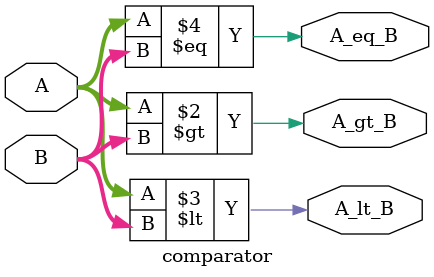
<source format=sv>

module comparator (
    input  logic [3:0] A,
    input  logic [3:0] B,
    output logic A_gt_B,
    output logic A_lt_B,
    output logic A_eq_B
);
    always_comb begin
        A_gt_B = (A > B);
        A_lt_B = (A < B);
        A_eq_B = (A == B);
    end
endmodule

</source>
